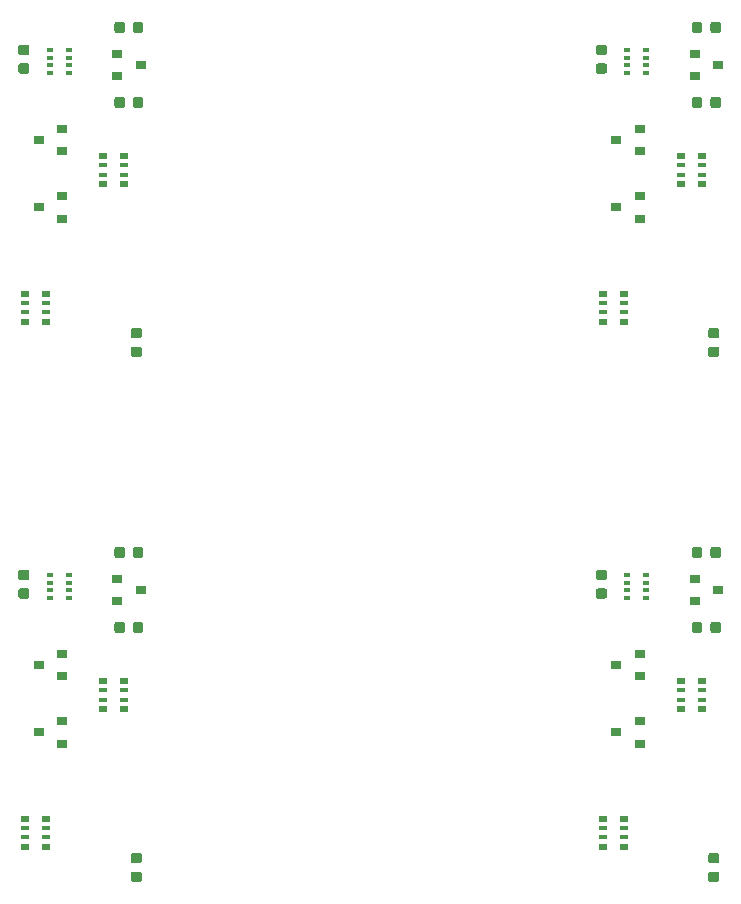
<source format=gbr>
G04 #@! TF.GenerationSoftware,KiCad,Pcbnew,5.0.2-bee76a0~70~ubuntu18.04.1*
G04 #@! TF.CreationDate,2020-04-02T20:28:14-04:00*
G04 #@! TF.ProjectId,output.panel,6f757470-7574-42e7-9061-6e656c2e6b69,rev?*
G04 #@! TF.SameCoordinates,Original*
G04 #@! TF.FileFunction,Paste,Top*
G04 #@! TF.FilePolarity,Positive*
%FSLAX46Y46*%
G04 Gerber Fmt 4.6, Leading zero omitted, Abs format (unit mm)*
G04 Created by KiCad (PCBNEW 5.0.2-bee76a0~70~ubuntu18.04.1) date Thu 02 Apr 2020 08:28:14 PM EDT*
%MOMM*%
%LPD*%
G01*
G04 APERTURE LIST*
%ADD10R,0.900000X0.800000*%
%ADD11R,0.800000X0.500000*%
%ADD12R,0.800000X0.400000*%
%ADD13R,0.500000X0.350000*%
%ADD14C,0.100000*%
%ADD15C,0.875000*%
G04 APERTURE END LIST*
D10*
G04 #@! TO.C,U1*
X48625000Y-88900000D03*
X46625000Y-89850000D03*
X46625000Y-87950000D03*
G04 #@! TD*
D11*
G04 #@! TO.C,RN2*
X45455000Y-96590000D03*
D12*
X45455000Y-98190000D03*
X45455000Y-97390000D03*
D11*
X45455000Y-98990000D03*
D12*
X47255000Y-97390000D03*
D11*
X47255000Y-96590000D03*
D12*
X47255000Y-98190000D03*
D11*
X47255000Y-98990000D03*
G04 #@! TD*
D13*
G04 #@! TO.C,U2*
X91440000Y-87630000D03*
X89840000Y-89580000D03*
X89840000Y-88930000D03*
X89840000Y-88280000D03*
X91440000Y-89580000D03*
X91440000Y-88930000D03*
X91440000Y-88280000D03*
X89840000Y-87630000D03*
G04 #@! TD*
D11*
G04 #@! TO.C,RN1*
X89535000Y-110655000D03*
D12*
X89535000Y-109055000D03*
X89535000Y-109855000D03*
D11*
X89535000Y-108255000D03*
D12*
X87735000Y-109855000D03*
D11*
X87735000Y-110655000D03*
D12*
X87735000Y-109055000D03*
D11*
X87735000Y-108255000D03*
G04 #@! TD*
D14*
G04 #@! TO.C,R4*
G36*
X97432691Y-112746053D02*
X97453926Y-112749203D01*
X97474750Y-112754419D01*
X97494962Y-112761651D01*
X97514368Y-112770830D01*
X97532781Y-112781866D01*
X97550024Y-112794654D01*
X97565930Y-112809070D01*
X97580346Y-112824976D01*
X97593134Y-112842219D01*
X97604170Y-112860632D01*
X97613349Y-112880038D01*
X97620581Y-112900250D01*
X97625797Y-112921074D01*
X97628947Y-112942309D01*
X97630000Y-112963750D01*
X97630000Y-113401250D01*
X97628947Y-113422691D01*
X97625797Y-113443926D01*
X97620581Y-113464750D01*
X97613349Y-113484962D01*
X97604170Y-113504368D01*
X97593134Y-113522781D01*
X97580346Y-113540024D01*
X97565930Y-113555930D01*
X97550024Y-113570346D01*
X97532781Y-113583134D01*
X97514368Y-113594170D01*
X97494962Y-113603349D01*
X97474750Y-113610581D01*
X97453926Y-113615797D01*
X97432691Y-113618947D01*
X97411250Y-113620000D01*
X96898750Y-113620000D01*
X96877309Y-113618947D01*
X96856074Y-113615797D01*
X96835250Y-113610581D01*
X96815038Y-113603349D01*
X96795632Y-113594170D01*
X96777219Y-113583134D01*
X96759976Y-113570346D01*
X96744070Y-113555930D01*
X96729654Y-113540024D01*
X96716866Y-113522781D01*
X96705830Y-113504368D01*
X96696651Y-113484962D01*
X96689419Y-113464750D01*
X96684203Y-113443926D01*
X96681053Y-113422691D01*
X96680000Y-113401250D01*
X96680000Y-112963750D01*
X96681053Y-112942309D01*
X96684203Y-112921074D01*
X96689419Y-112900250D01*
X96696651Y-112880038D01*
X96705830Y-112860632D01*
X96716866Y-112842219D01*
X96729654Y-112824976D01*
X96744070Y-112809070D01*
X96759976Y-112794654D01*
X96777219Y-112781866D01*
X96795632Y-112770830D01*
X96815038Y-112761651D01*
X96835250Y-112754419D01*
X96856074Y-112749203D01*
X96877309Y-112746053D01*
X96898750Y-112745000D01*
X97411250Y-112745000D01*
X97432691Y-112746053D01*
X97432691Y-112746053D01*
G37*
D15*
X97155000Y-113182500D03*
D14*
G36*
X97432691Y-111171053D02*
X97453926Y-111174203D01*
X97474750Y-111179419D01*
X97494962Y-111186651D01*
X97514368Y-111195830D01*
X97532781Y-111206866D01*
X97550024Y-111219654D01*
X97565930Y-111234070D01*
X97580346Y-111249976D01*
X97593134Y-111267219D01*
X97604170Y-111285632D01*
X97613349Y-111305038D01*
X97620581Y-111325250D01*
X97625797Y-111346074D01*
X97628947Y-111367309D01*
X97630000Y-111388750D01*
X97630000Y-111826250D01*
X97628947Y-111847691D01*
X97625797Y-111868926D01*
X97620581Y-111889750D01*
X97613349Y-111909962D01*
X97604170Y-111929368D01*
X97593134Y-111947781D01*
X97580346Y-111965024D01*
X97565930Y-111980930D01*
X97550024Y-111995346D01*
X97532781Y-112008134D01*
X97514368Y-112019170D01*
X97494962Y-112028349D01*
X97474750Y-112035581D01*
X97453926Y-112040797D01*
X97432691Y-112043947D01*
X97411250Y-112045000D01*
X96898750Y-112045000D01*
X96877309Y-112043947D01*
X96856074Y-112040797D01*
X96835250Y-112035581D01*
X96815038Y-112028349D01*
X96795632Y-112019170D01*
X96777219Y-112008134D01*
X96759976Y-111995346D01*
X96744070Y-111980930D01*
X96729654Y-111965024D01*
X96716866Y-111947781D01*
X96705830Y-111929368D01*
X96696651Y-111909962D01*
X96689419Y-111889750D01*
X96684203Y-111868926D01*
X96681053Y-111847691D01*
X96680000Y-111826250D01*
X96680000Y-111388750D01*
X96681053Y-111367309D01*
X96684203Y-111346074D01*
X96689419Y-111325250D01*
X96696651Y-111305038D01*
X96705830Y-111285632D01*
X96716866Y-111267219D01*
X96729654Y-111249976D01*
X96744070Y-111234070D01*
X96759976Y-111219654D01*
X96777219Y-111206866D01*
X96795632Y-111195830D01*
X96815038Y-111186651D01*
X96835250Y-111179419D01*
X96856074Y-111174203D01*
X96877309Y-111171053D01*
X96898750Y-111170000D01*
X97411250Y-111170000D01*
X97432691Y-111171053D01*
X97432691Y-111171053D01*
G37*
D15*
X97155000Y-111607500D03*
G04 #@! TD*
D14*
G04 #@! TO.C,C3*
G36*
X87907691Y-87193553D02*
X87928926Y-87196703D01*
X87949750Y-87201919D01*
X87969962Y-87209151D01*
X87989368Y-87218330D01*
X88007781Y-87229366D01*
X88025024Y-87242154D01*
X88040930Y-87256570D01*
X88055346Y-87272476D01*
X88068134Y-87289719D01*
X88079170Y-87308132D01*
X88088349Y-87327538D01*
X88095581Y-87347750D01*
X88100797Y-87368574D01*
X88103947Y-87389809D01*
X88105000Y-87411250D01*
X88105000Y-87848750D01*
X88103947Y-87870191D01*
X88100797Y-87891426D01*
X88095581Y-87912250D01*
X88088349Y-87932462D01*
X88079170Y-87951868D01*
X88068134Y-87970281D01*
X88055346Y-87987524D01*
X88040930Y-88003430D01*
X88025024Y-88017846D01*
X88007781Y-88030634D01*
X87989368Y-88041670D01*
X87969962Y-88050849D01*
X87949750Y-88058081D01*
X87928926Y-88063297D01*
X87907691Y-88066447D01*
X87886250Y-88067500D01*
X87373750Y-88067500D01*
X87352309Y-88066447D01*
X87331074Y-88063297D01*
X87310250Y-88058081D01*
X87290038Y-88050849D01*
X87270632Y-88041670D01*
X87252219Y-88030634D01*
X87234976Y-88017846D01*
X87219070Y-88003430D01*
X87204654Y-87987524D01*
X87191866Y-87970281D01*
X87180830Y-87951868D01*
X87171651Y-87932462D01*
X87164419Y-87912250D01*
X87159203Y-87891426D01*
X87156053Y-87870191D01*
X87155000Y-87848750D01*
X87155000Y-87411250D01*
X87156053Y-87389809D01*
X87159203Y-87368574D01*
X87164419Y-87347750D01*
X87171651Y-87327538D01*
X87180830Y-87308132D01*
X87191866Y-87289719D01*
X87204654Y-87272476D01*
X87219070Y-87256570D01*
X87234976Y-87242154D01*
X87252219Y-87229366D01*
X87270632Y-87218330D01*
X87290038Y-87209151D01*
X87310250Y-87201919D01*
X87331074Y-87196703D01*
X87352309Y-87193553D01*
X87373750Y-87192500D01*
X87886250Y-87192500D01*
X87907691Y-87193553D01*
X87907691Y-87193553D01*
G37*
D15*
X87630000Y-87630000D03*
D14*
G36*
X87907691Y-88768553D02*
X87928926Y-88771703D01*
X87949750Y-88776919D01*
X87969962Y-88784151D01*
X87989368Y-88793330D01*
X88007781Y-88804366D01*
X88025024Y-88817154D01*
X88040930Y-88831570D01*
X88055346Y-88847476D01*
X88068134Y-88864719D01*
X88079170Y-88883132D01*
X88088349Y-88902538D01*
X88095581Y-88922750D01*
X88100797Y-88943574D01*
X88103947Y-88964809D01*
X88105000Y-88986250D01*
X88105000Y-89423750D01*
X88103947Y-89445191D01*
X88100797Y-89466426D01*
X88095581Y-89487250D01*
X88088349Y-89507462D01*
X88079170Y-89526868D01*
X88068134Y-89545281D01*
X88055346Y-89562524D01*
X88040930Y-89578430D01*
X88025024Y-89592846D01*
X88007781Y-89605634D01*
X87989368Y-89616670D01*
X87969962Y-89625849D01*
X87949750Y-89633081D01*
X87928926Y-89638297D01*
X87907691Y-89641447D01*
X87886250Y-89642500D01*
X87373750Y-89642500D01*
X87352309Y-89641447D01*
X87331074Y-89638297D01*
X87310250Y-89633081D01*
X87290038Y-89625849D01*
X87270632Y-89616670D01*
X87252219Y-89605634D01*
X87234976Y-89592846D01*
X87219070Y-89578430D01*
X87204654Y-89562524D01*
X87191866Y-89545281D01*
X87180830Y-89526868D01*
X87171651Y-89507462D01*
X87164419Y-89487250D01*
X87159203Y-89466426D01*
X87156053Y-89445191D01*
X87155000Y-89423750D01*
X87155000Y-88986250D01*
X87156053Y-88964809D01*
X87159203Y-88943574D01*
X87164419Y-88922750D01*
X87171651Y-88902538D01*
X87180830Y-88883132D01*
X87191866Y-88864719D01*
X87204654Y-88847476D01*
X87219070Y-88831570D01*
X87234976Y-88817154D01*
X87252219Y-88804366D01*
X87270632Y-88793330D01*
X87290038Y-88784151D01*
X87310250Y-88776919D01*
X87331074Y-88771703D01*
X87352309Y-88768553D01*
X87373750Y-88767500D01*
X87886250Y-88767500D01*
X87907691Y-88768553D01*
X87907691Y-88768553D01*
G37*
D15*
X87630000Y-89205000D03*
G04 #@! TD*
D10*
G04 #@! TO.C,Q2*
X88900000Y-100965000D03*
X90900000Y-100015000D03*
X90900000Y-101915000D03*
G04 #@! TD*
D14*
G04 #@! TO.C,C1*
G36*
X97547691Y-91601053D02*
X97568926Y-91604203D01*
X97589750Y-91609419D01*
X97609962Y-91616651D01*
X97629368Y-91625830D01*
X97647781Y-91636866D01*
X97665024Y-91649654D01*
X97680930Y-91664070D01*
X97695346Y-91679976D01*
X97708134Y-91697219D01*
X97719170Y-91715632D01*
X97728349Y-91735038D01*
X97735581Y-91755250D01*
X97740797Y-91776074D01*
X97743947Y-91797309D01*
X97745000Y-91818750D01*
X97745000Y-92331250D01*
X97743947Y-92352691D01*
X97740797Y-92373926D01*
X97735581Y-92394750D01*
X97728349Y-92414962D01*
X97719170Y-92434368D01*
X97708134Y-92452781D01*
X97695346Y-92470024D01*
X97680930Y-92485930D01*
X97665024Y-92500346D01*
X97647781Y-92513134D01*
X97629368Y-92524170D01*
X97609962Y-92533349D01*
X97589750Y-92540581D01*
X97568926Y-92545797D01*
X97547691Y-92548947D01*
X97526250Y-92550000D01*
X97088750Y-92550000D01*
X97067309Y-92548947D01*
X97046074Y-92545797D01*
X97025250Y-92540581D01*
X97005038Y-92533349D01*
X96985632Y-92524170D01*
X96967219Y-92513134D01*
X96949976Y-92500346D01*
X96934070Y-92485930D01*
X96919654Y-92470024D01*
X96906866Y-92452781D01*
X96895830Y-92434368D01*
X96886651Y-92414962D01*
X96879419Y-92394750D01*
X96874203Y-92373926D01*
X96871053Y-92352691D01*
X96870000Y-92331250D01*
X96870000Y-91818750D01*
X96871053Y-91797309D01*
X96874203Y-91776074D01*
X96879419Y-91755250D01*
X96886651Y-91735038D01*
X96895830Y-91715632D01*
X96906866Y-91697219D01*
X96919654Y-91679976D01*
X96934070Y-91664070D01*
X96949976Y-91649654D01*
X96967219Y-91636866D01*
X96985632Y-91625830D01*
X97005038Y-91616651D01*
X97025250Y-91609419D01*
X97046074Y-91604203D01*
X97067309Y-91601053D01*
X97088750Y-91600000D01*
X97526250Y-91600000D01*
X97547691Y-91601053D01*
X97547691Y-91601053D01*
G37*
D15*
X97307500Y-92075000D03*
D14*
G36*
X95972691Y-91601053D02*
X95993926Y-91604203D01*
X96014750Y-91609419D01*
X96034962Y-91616651D01*
X96054368Y-91625830D01*
X96072781Y-91636866D01*
X96090024Y-91649654D01*
X96105930Y-91664070D01*
X96120346Y-91679976D01*
X96133134Y-91697219D01*
X96144170Y-91715632D01*
X96153349Y-91735038D01*
X96160581Y-91755250D01*
X96165797Y-91776074D01*
X96168947Y-91797309D01*
X96170000Y-91818750D01*
X96170000Y-92331250D01*
X96168947Y-92352691D01*
X96165797Y-92373926D01*
X96160581Y-92394750D01*
X96153349Y-92414962D01*
X96144170Y-92434368D01*
X96133134Y-92452781D01*
X96120346Y-92470024D01*
X96105930Y-92485930D01*
X96090024Y-92500346D01*
X96072781Y-92513134D01*
X96054368Y-92524170D01*
X96034962Y-92533349D01*
X96014750Y-92540581D01*
X95993926Y-92545797D01*
X95972691Y-92548947D01*
X95951250Y-92550000D01*
X95513750Y-92550000D01*
X95492309Y-92548947D01*
X95471074Y-92545797D01*
X95450250Y-92540581D01*
X95430038Y-92533349D01*
X95410632Y-92524170D01*
X95392219Y-92513134D01*
X95374976Y-92500346D01*
X95359070Y-92485930D01*
X95344654Y-92470024D01*
X95331866Y-92452781D01*
X95320830Y-92434368D01*
X95311651Y-92414962D01*
X95304419Y-92394750D01*
X95299203Y-92373926D01*
X95296053Y-92352691D01*
X95295000Y-92331250D01*
X95295000Y-91818750D01*
X95296053Y-91797309D01*
X95299203Y-91776074D01*
X95304419Y-91755250D01*
X95311651Y-91735038D01*
X95320830Y-91715632D01*
X95331866Y-91697219D01*
X95344654Y-91679976D01*
X95359070Y-91664070D01*
X95374976Y-91649654D01*
X95392219Y-91636866D01*
X95410632Y-91625830D01*
X95430038Y-91616651D01*
X95450250Y-91609419D01*
X95471074Y-91604203D01*
X95492309Y-91601053D01*
X95513750Y-91600000D01*
X95951250Y-91600000D01*
X95972691Y-91601053D01*
X95972691Y-91601053D01*
G37*
D15*
X95732500Y-92075000D03*
G04 #@! TD*
D14*
G04 #@! TO.C,C2*
G36*
X95972691Y-85251053D02*
X95993926Y-85254203D01*
X96014750Y-85259419D01*
X96034962Y-85266651D01*
X96054368Y-85275830D01*
X96072781Y-85286866D01*
X96090024Y-85299654D01*
X96105930Y-85314070D01*
X96120346Y-85329976D01*
X96133134Y-85347219D01*
X96144170Y-85365632D01*
X96153349Y-85385038D01*
X96160581Y-85405250D01*
X96165797Y-85426074D01*
X96168947Y-85447309D01*
X96170000Y-85468750D01*
X96170000Y-85981250D01*
X96168947Y-86002691D01*
X96165797Y-86023926D01*
X96160581Y-86044750D01*
X96153349Y-86064962D01*
X96144170Y-86084368D01*
X96133134Y-86102781D01*
X96120346Y-86120024D01*
X96105930Y-86135930D01*
X96090024Y-86150346D01*
X96072781Y-86163134D01*
X96054368Y-86174170D01*
X96034962Y-86183349D01*
X96014750Y-86190581D01*
X95993926Y-86195797D01*
X95972691Y-86198947D01*
X95951250Y-86200000D01*
X95513750Y-86200000D01*
X95492309Y-86198947D01*
X95471074Y-86195797D01*
X95450250Y-86190581D01*
X95430038Y-86183349D01*
X95410632Y-86174170D01*
X95392219Y-86163134D01*
X95374976Y-86150346D01*
X95359070Y-86135930D01*
X95344654Y-86120024D01*
X95331866Y-86102781D01*
X95320830Y-86084368D01*
X95311651Y-86064962D01*
X95304419Y-86044750D01*
X95299203Y-86023926D01*
X95296053Y-86002691D01*
X95295000Y-85981250D01*
X95295000Y-85468750D01*
X95296053Y-85447309D01*
X95299203Y-85426074D01*
X95304419Y-85405250D01*
X95311651Y-85385038D01*
X95320830Y-85365632D01*
X95331866Y-85347219D01*
X95344654Y-85329976D01*
X95359070Y-85314070D01*
X95374976Y-85299654D01*
X95392219Y-85286866D01*
X95410632Y-85275830D01*
X95430038Y-85266651D01*
X95450250Y-85259419D01*
X95471074Y-85254203D01*
X95492309Y-85251053D01*
X95513750Y-85250000D01*
X95951250Y-85250000D01*
X95972691Y-85251053D01*
X95972691Y-85251053D01*
G37*
D15*
X95732500Y-85725000D03*
D14*
G36*
X97547691Y-85251053D02*
X97568926Y-85254203D01*
X97589750Y-85259419D01*
X97609962Y-85266651D01*
X97629368Y-85275830D01*
X97647781Y-85286866D01*
X97665024Y-85299654D01*
X97680930Y-85314070D01*
X97695346Y-85329976D01*
X97708134Y-85347219D01*
X97719170Y-85365632D01*
X97728349Y-85385038D01*
X97735581Y-85405250D01*
X97740797Y-85426074D01*
X97743947Y-85447309D01*
X97745000Y-85468750D01*
X97745000Y-85981250D01*
X97743947Y-86002691D01*
X97740797Y-86023926D01*
X97735581Y-86044750D01*
X97728349Y-86064962D01*
X97719170Y-86084368D01*
X97708134Y-86102781D01*
X97695346Y-86120024D01*
X97680930Y-86135930D01*
X97665024Y-86150346D01*
X97647781Y-86163134D01*
X97629368Y-86174170D01*
X97609962Y-86183349D01*
X97589750Y-86190581D01*
X97568926Y-86195797D01*
X97547691Y-86198947D01*
X97526250Y-86200000D01*
X97088750Y-86200000D01*
X97067309Y-86198947D01*
X97046074Y-86195797D01*
X97025250Y-86190581D01*
X97005038Y-86183349D01*
X96985632Y-86174170D01*
X96967219Y-86163134D01*
X96949976Y-86150346D01*
X96934070Y-86135930D01*
X96919654Y-86120024D01*
X96906866Y-86102781D01*
X96895830Y-86084368D01*
X96886651Y-86064962D01*
X96879419Y-86044750D01*
X96874203Y-86023926D01*
X96871053Y-86002691D01*
X96870000Y-85981250D01*
X96870000Y-85468750D01*
X96871053Y-85447309D01*
X96874203Y-85426074D01*
X96879419Y-85405250D01*
X96886651Y-85385038D01*
X96895830Y-85365632D01*
X96906866Y-85347219D01*
X96919654Y-85329976D01*
X96934070Y-85314070D01*
X96949976Y-85299654D01*
X96967219Y-85286866D01*
X96985632Y-85275830D01*
X97005038Y-85266651D01*
X97025250Y-85259419D01*
X97046074Y-85254203D01*
X97067309Y-85251053D01*
X97088750Y-85250000D01*
X97526250Y-85250000D01*
X97547691Y-85251053D01*
X97547691Y-85251053D01*
G37*
D15*
X97307500Y-85725000D03*
G04 #@! TD*
D10*
G04 #@! TO.C,Q1*
X40005000Y-95250000D03*
X42005000Y-94300000D03*
X42005000Y-96200000D03*
G04 #@! TD*
D13*
G04 #@! TO.C,U2*
X40945000Y-87630000D03*
X42545000Y-88280000D03*
X42545000Y-88930000D03*
X42545000Y-89580000D03*
X40945000Y-88280000D03*
X40945000Y-88930000D03*
X40945000Y-89580000D03*
X42545000Y-87630000D03*
G04 #@! TD*
D14*
G04 #@! TO.C,C1*
G36*
X47077691Y-91601053D02*
X47098926Y-91604203D01*
X47119750Y-91609419D01*
X47139962Y-91616651D01*
X47159368Y-91625830D01*
X47177781Y-91636866D01*
X47195024Y-91649654D01*
X47210930Y-91664070D01*
X47225346Y-91679976D01*
X47238134Y-91697219D01*
X47249170Y-91715632D01*
X47258349Y-91735038D01*
X47265581Y-91755250D01*
X47270797Y-91776074D01*
X47273947Y-91797309D01*
X47275000Y-91818750D01*
X47275000Y-92331250D01*
X47273947Y-92352691D01*
X47270797Y-92373926D01*
X47265581Y-92394750D01*
X47258349Y-92414962D01*
X47249170Y-92434368D01*
X47238134Y-92452781D01*
X47225346Y-92470024D01*
X47210930Y-92485930D01*
X47195024Y-92500346D01*
X47177781Y-92513134D01*
X47159368Y-92524170D01*
X47139962Y-92533349D01*
X47119750Y-92540581D01*
X47098926Y-92545797D01*
X47077691Y-92548947D01*
X47056250Y-92550000D01*
X46618750Y-92550000D01*
X46597309Y-92548947D01*
X46576074Y-92545797D01*
X46555250Y-92540581D01*
X46535038Y-92533349D01*
X46515632Y-92524170D01*
X46497219Y-92513134D01*
X46479976Y-92500346D01*
X46464070Y-92485930D01*
X46449654Y-92470024D01*
X46436866Y-92452781D01*
X46425830Y-92434368D01*
X46416651Y-92414962D01*
X46409419Y-92394750D01*
X46404203Y-92373926D01*
X46401053Y-92352691D01*
X46400000Y-92331250D01*
X46400000Y-91818750D01*
X46401053Y-91797309D01*
X46404203Y-91776074D01*
X46409419Y-91755250D01*
X46416651Y-91735038D01*
X46425830Y-91715632D01*
X46436866Y-91697219D01*
X46449654Y-91679976D01*
X46464070Y-91664070D01*
X46479976Y-91649654D01*
X46497219Y-91636866D01*
X46515632Y-91625830D01*
X46535038Y-91616651D01*
X46555250Y-91609419D01*
X46576074Y-91604203D01*
X46597309Y-91601053D01*
X46618750Y-91600000D01*
X47056250Y-91600000D01*
X47077691Y-91601053D01*
X47077691Y-91601053D01*
G37*
D15*
X46837500Y-92075000D03*
D14*
G36*
X48652691Y-91601053D02*
X48673926Y-91604203D01*
X48694750Y-91609419D01*
X48714962Y-91616651D01*
X48734368Y-91625830D01*
X48752781Y-91636866D01*
X48770024Y-91649654D01*
X48785930Y-91664070D01*
X48800346Y-91679976D01*
X48813134Y-91697219D01*
X48824170Y-91715632D01*
X48833349Y-91735038D01*
X48840581Y-91755250D01*
X48845797Y-91776074D01*
X48848947Y-91797309D01*
X48850000Y-91818750D01*
X48850000Y-92331250D01*
X48848947Y-92352691D01*
X48845797Y-92373926D01*
X48840581Y-92394750D01*
X48833349Y-92414962D01*
X48824170Y-92434368D01*
X48813134Y-92452781D01*
X48800346Y-92470024D01*
X48785930Y-92485930D01*
X48770024Y-92500346D01*
X48752781Y-92513134D01*
X48734368Y-92524170D01*
X48714962Y-92533349D01*
X48694750Y-92540581D01*
X48673926Y-92545797D01*
X48652691Y-92548947D01*
X48631250Y-92550000D01*
X48193750Y-92550000D01*
X48172309Y-92548947D01*
X48151074Y-92545797D01*
X48130250Y-92540581D01*
X48110038Y-92533349D01*
X48090632Y-92524170D01*
X48072219Y-92513134D01*
X48054976Y-92500346D01*
X48039070Y-92485930D01*
X48024654Y-92470024D01*
X48011866Y-92452781D01*
X48000830Y-92434368D01*
X47991651Y-92414962D01*
X47984419Y-92394750D01*
X47979203Y-92373926D01*
X47976053Y-92352691D01*
X47975000Y-92331250D01*
X47975000Y-91818750D01*
X47976053Y-91797309D01*
X47979203Y-91776074D01*
X47984419Y-91755250D01*
X47991651Y-91735038D01*
X48000830Y-91715632D01*
X48011866Y-91697219D01*
X48024654Y-91679976D01*
X48039070Y-91664070D01*
X48054976Y-91649654D01*
X48072219Y-91636866D01*
X48090632Y-91625830D01*
X48110038Y-91616651D01*
X48130250Y-91609419D01*
X48151074Y-91604203D01*
X48172309Y-91601053D01*
X48193750Y-91600000D01*
X48631250Y-91600000D01*
X48652691Y-91601053D01*
X48652691Y-91601053D01*
G37*
D15*
X48412500Y-92075000D03*
G04 #@! TD*
D14*
G04 #@! TO.C,C2*
G36*
X48652691Y-85251053D02*
X48673926Y-85254203D01*
X48694750Y-85259419D01*
X48714962Y-85266651D01*
X48734368Y-85275830D01*
X48752781Y-85286866D01*
X48770024Y-85299654D01*
X48785930Y-85314070D01*
X48800346Y-85329976D01*
X48813134Y-85347219D01*
X48824170Y-85365632D01*
X48833349Y-85385038D01*
X48840581Y-85405250D01*
X48845797Y-85426074D01*
X48848947Y-85447309D01*
X48850000Y-85468750D01*
X48850000Y-85981250D01*
X48848947Y-86002691D01*
X48845797Y-86023926D01*
X48840581Y-86044750D01*
X48833349Y-86064962D01*
X48824170Y-86084368D01*
X48813134Y-86102781D01*
X48800346Y-86120024D01*
X48785930Y-86135930D01*
X48770024Y-86150346D01*
X48752781Y-86163134D01*
X48734368Y-86174170D01*
X48714962Y-86183349D01*
X48694750Y-86190581D01*
X48673926Y-86195797D01*
X48652691Y-86198947D01*
X48631250Y-86200000D01*
X48193750Y-86200000D01*
X48172309Y-86198947D01*
X48151074Y-86195797D01*
X48130250Y-86190581D01*
X48110038Y-86183349D01*
X48090632Y-86174170D01*
X48072219Y-86163134D01*
X48054976Y-86150346D01*
X48039070Y-86135930D01*
X48024654Y-86120024D01*
X48011866Y-86102781D01*
X48000830Y-86084368D01*
X47991651Y-86064962D01*
X47984419Y-86044750D01*
X47979203Y-86023926D01*
X47976053Y-86002691D01*
X47975000Y-85981250D01*
X47975000Y-85468750D01*
X47976053Y-85447309D01*
X47979203Y-85426074D01*
X47984419Y-85405250D01*
X47991651Y-85385038D01*
X48000830Y-85365632D01*
X48011866Y-85347219D01*
X48024654Y-85329976D01*
X48039070Y-85314070D01*
X48054976Y-85299654D01*
X48072219Y-85286866D01*
X48090632Y-85275830D01*
X48110038Y-85266651D01*
X48130250Y-85259419D01*
X48151074Y-85254203D01*
X48172309Y-85251053D01*
X48193750Y-85250000D01*
X48631250Y-85250000D01*
X48652691Y-85251053D01*
X48652691Y-85251053D01*
G37*
D15*
X48412500Y-85725000D03*
D14*
G36*
X47077691Y-85251053D02*
X47098926Y-85254203D01*
X47119750Y-85259419D01*
X47139962Y-85266651D01*
X47159368Y-85275830D01*
X47177781Y-85286866D01*
X47195024Y-85299654D01*
X47210930Y-85314070D01*
X47225346Y-85329976D01*
X47238134Y-85347219D01*
X47249170Y-85365632D01*
X47258349Y-85385038D01*
X47265581Y-85405250D01*
X47270797Y-85426074D01*
X47273947Y-85447309D01*
X47275000Y-85468750D01*
X47275000Y-85981250D01*
X47273947Y-86002691D01*
X47270797Y-86023926D01*
X47265581Y-86044750D01*
X47258349Y-86064962D01*
X47249170Y-86084368D01*
X47238134Y-86102781D01*
X47225346Y-86120024D01*
X47210930Y-86135930D01*
X47195024Y-86150346D01*
X47177781Y-86163134D01*
X47159368Y-86174170D01*
X47139962Y-86183349D01*
X47119750Y-86190581D01*
X47098926Y-86195797D01*
X47077691Y-86198947D01*
X47056250Y-86200000D01*
X46618750Y-86200000D01*
X46597309Y-86198947D01*
X46576074Y-86195797D01*
X46555250Y-86190581D01*
X46535038Y-86183349D01*
X46515632Y-86174170D01*
X46497219Y-86163134D01*
X46479976Y-86150346D01*
X46464070Y-86135930D01*
X46449654Y-86120024D01*
X46436866Y-86102781D01*
X46425830Y-86084368D01*
X46416651Y-86064962D01*
X46409419Y-86044750D01*
X46404203Y-86023926D01*
X46401053Y-86002691D01*
X46400000Y-85981250D01*
X46400000Y-85468750D01*
X46401053Y-85447309D01*
X46404203Y-85426074D01*
X46409419Y-85405250D01*
X46416651Y-85385038D01*
X46425830Y-85365632D01*
X46436866Y-85347219D01*
X46449654Y-85329976D01*
X46464070Y-85314070D01*
X46479976Y-85299654D01*
X46497219Y-85286866D01*
X46515632Y-85275830D01*
X46535038Y-85266651D01*
X46555250Y-85259419D01*
X46576074Y-85254203D01*
X46597309Y-85251053D01*
X46618750Y-85250000D01*
X47056250Y-85250000D01*
X47077691Y-85251053D01*
X47077691Y-85251053D01*
G37*
D15*
X46837500Y-85725000D03*
G04 #@! TD*
D10*
G04 #@! TO.C,Q1*
X90900000Y-96200000D03*
X90900000Y-94300000D03*
X88900000Y-95250000D03*
G04 #@! TD*
D11*
G04 #@! TO.C,RN1*
X38840000Y-108255000D03*
D12*
X38840000Y-109055000D03*
D11*
X38840000Y-110655000D03*
D12*
X38840000Y-109855000D03*
D11*
X40640000Y-108255000D03*
D12*
X40640000Y-109855000D03*
X40640000Y-109055000D03*
D11*
X40640000Y-110655000D03*
G04 #@! TD*
D14*
G04 #@! TO.C,C3*
G36*
X39012691Y-88768553D02*
X39033926Y-88771703D01*
X39054750Y-88776919D01*
X39074962Y-88784151D01*
X39094368Y-88793330D01*
X39112781Y-88804366D01*
X39130024Y-88817154D01*
X39145930Y-88831570D01*
X39160346Y-88847476D01*
X39173134Y-88864719D01*
X39184170Y-88883132D01*
X39193349Y-88902538D01*
X39200581Y-88922750D01*
X39205797Y-88943574D01*
X39208947Y-88964809D01*
X39210000Y-88986250D01*
X39210000Y-89423750D01*
X39208947Y-89445191D01*
X39205797Y-89466426D01*
X39200581Y-89487250D01*
X39193349Y-89507462D01*
X39184170Y-89526868D01*
X39173134Y-89545281D01*
X39160346Y-89562524D01*
X39145930Y-89578430D01*
X39130024Y-89592846D01*
X39112781Y-89605634D01*
X39094368Y-89616670D01*
X39074962Y-89625849D01*
X39054750Y-89633081D01*
X39033926Y-89638297D01*
X39012691Y-89641447D01*
X38991250Y-89642500D01*
X38478750Y-89642500D01*
X38457309Y-89641447D01*
X38436074Y-89638297D01*
X38415250Y-89633081D01*
X38395038Y-89625849D01*
X38375632Y-89616670D01*
X38357219Y-89605634D01*
X38339976Y-89592846D01*
X38324070Y-89578430D01*
X38309654Y-89562524D01*
X38296866Y-89545281D01*
X38285830Y-89526868D01*
X38276651Y-89507462D01*
X38269419Y-89487250D01*
X38264203Y-89466426D01*
X38261053Y-89445191D01*
X38260000Y-89423750D01*
X38260000Y-88986250D01*
X38261053Y-88964809D01*
X38264203Y-88943574D01*
X38269419Y-88922750D01*
X38276651Y-88902538D01*
X38285830Y-88883132D01*
X38296866Y-88864719D01*
X38309654Y-88847476D01*
X38324070Y-88831570D01*
X38339976Y-88817154D01*
X38357219Y-88804366D01*
X38375632Y-88793330D01*
X38395038Y-88784151D01*
X38415250Y-88776919D01*
X38436074Y-88771703D01*
X38457309Y-88768553D01*
X38478750Y-88767500D01*
X38991250Y-88767500D01*
X39012691Y-88768553D01*
X39012691Y-88768553D01*
G37*
D15*
X38735000Y-89205000D03*
D14*
G36*
X39012691Y-87193553D02*
X39033926Y-87196703D01*
X39054750Y-87201919D01*
X39074962Y-87209151D01*
X39094368Y-87218330D01*
X39112781Y-87229366D01*
X39130024Y-87242154D01*
X39145930Y-87256570D01*
X39160346Y-87272476D01*
X39173134Y-87289719D01*
X39184170Y-87308132D01*
X39193349Y-87327538D01*
X39200581Y-87347750D01*
X39205797Y-87368574D01*
X39208947Y-87389809D01*
X39210000Y-87411250D01*
X39210000Y-87848750D01*
X39208947Y-87870191D01*
X39205797Y-87891426D01*
X39200581Y-87912250D01*
X39193349Y-87932462D01*
X39184170Y-87951868D01*
X39173134Y-87970281D01*
X39160346Y-87987524D01*
X39145930Y-88003430D01*
X39130024Y-88017846D01*
X39112781Y-88030634D01*
X39094368Y-88041670D01*
X39074962Y-88050849D01*
X39054750Y-88058081D01*
X39033926Y-88063297D01*
X39012691Y-88066447D01*
X38991250Y-88067500D01*
X38478750Y-88067500D01*
X38457309Y-88066447D01*
X38436074Y-88063297D01*
X38415250Y-88058081D01*
X38395038Y-88050849D01*
X38375632Y-88041670D01*
X38357219Y-88030634D01*
X38339976Y-88017846D01*
X38324070Y-88003430D01*
X38309654Y-87987524D01*
X38296866Y-87970281D01*
X38285830Y-87951868D01*
X38276651Y-87932462D01*
X38269419Y-87912250D01*
X38264203Y-87891426D01*
X38261053Y-87870191D01*
X38260000Y-87848750D01*
X38260000Y-87411250D01*
X38261053Y-87389809D01*
X38264203Y-87368574D01*
X38269419Y-87347750D01*
X38276651Y-87327538D01*
X38285830Y-87308132D01*
X38296866Y-87289719D01*
X38309654Y-87272476D01*
X38324070Y-87256570D01*
X38339976Y-87242154D01*
X38357219Y-87229366D01*
X38375632Y-87218330D01*
X38395038Y-87209151D01*
X38415250Y-87201919D01*
X38436074Y-87196703D01*
X38457309Y-87193553D01*
X38478750Y-87192500D01*
X38991250Y-87192500D01*
X39012691Y-87193553D01*
X39012691Y-87193553D01*
G37*
D15*
X38735000Y-87630000D03*
G04 #@! TD*
D10*
G04 #@! TO.C,U1*
X95520000Y-87950000D03*
X95520000Y-89850000D03*
X97520000Y-88900000D03*
G04 #@! TD*
D11*
G04 #@! TO.C,RN2*
X96150000Y-98990000D03*
D12*
X96150000Y-98190000D03*
D11*
X96150000Y-96590000D03*
D12*
X96150000Y-97390000D03*
D11*
X94350000Y-98990000D03*
D12*
X94350000Y-97390000D03*
X94350000Y-98190000D03*
D11*
X94350000Y-96590000D03*
G04 #@! TD*
D14*
G04 #@! TO.C,R4*
G36*
X48537691Y-111171053D02*
X48558926Y-111174203D01*
X48579750Y-111179419D01*
X48599962Y-111186651D01*
X48619368Y-111195830D01*
X48637781Y-111206866D01*
X48655024Y-111219654D01*
X48670930Y-111234070D01*
X48685346Y-111249976D01*
X48698134Y-111267219D01*
X48709170Y-111285632D01*
X48718349Y-111305038D01*
X48725581Y-111325250D01*
X48730797Y-111346074D01*
X48733947Y-111367309D01*
X48735000Y-111388750D01*
X48735000Y-111826250D01*
X48733947Y-111847691D01*
X48730797Y-111868926D01*
X48725581Y-111889750D01*
X48718349Y-111909962D01*
X48709170Y-111929368D01*
X48698134Y-111947781D01*
X48685346Y-111965024D01*
X48670930Y-111980930D01*
X48655024Y-111995346D01*
X48637781Y-112008134D01*
X48619368Y-112019170D01*
X48599962Y-112028349D01*
X48579750Y-112035581D01*
X48558926Y-112040797D01*
X48537691Y-112043947D01*
X48516250Y-112045000D01*
X48003750Y-112045000D01*
X47982309Y-112043947D01*
X47961074Y-112040797D01*
X47940250Y-112035581D01*
X47920038Y-112028349D01*
X47900632Y-112019170D01*
X47882219Y-112008134D01*
X47864976Y-111995346D01*
X47849070Y-111980930D01*
X47834654Y-111965024D01*
X47821866Y-111947781D01*
X47810830Y-111929368D01*
X47801651Y-111909962D01*
X47794419Y-111889750D01*
X47789203Y-111868926D01*
X47786053Y-111847691D01*
X47785000Y-111826250D01*
X47785000Y-111388750D01*
X47786053Y-111367309D01*
X47789203Y-111346074D01*
X47794419Y-111325250D01*
X47801651Y-111305038D01*
X47810830Y-111285632D01*
X47821866Y-111267219D01*
X47834654Y-111249976D01*
X47849070Y-111234070D01*
X47864976Y-111219654D01*
X47882219Y-111206866D01*
X47900632Y-111195830D01*
X47920038Y-111186651D01*
X47940250Y-111179419D01*
X47961074Y-111174203D01*
X47982309Y-111171053D01*
X48003750Y-111170000D01*
X48516250Y-111170000D01*
X48537691Y-111171053D01*
X48537691Y-111171053D01*
G37*
D15*
X48260000Y-111607500D03*
D14*
G36*
X48537691Y-112746053D02*
X48558926Y-112749203D01*
X48579750Y-112754419D01*
X48599962Y-112761651D01*
X48619368Y-112770830D01*
X48637781Y-112781866D01*
X48655024Y-112794654D01*
X48670930Y-112809070D01*
X48685346Y-112824976D01*
X48698134Y-112842219D01*
X48709170Y-112860632D01*
X48718349Y-112880038D01*
X48725581Y-112900250D01*
X48730797Y-112921074D01*
X48733947Y-112942309D01*
X48735000Y-112963750D01*
X48735000Y-113401250D01*
X48733947Y-113422691D01*
X48730797Y-113443926D01*
X48725581Y-113464750D01*
X48718349Y-113484962D01*
X48709170Y-113504368D01*
X48698134Y-113522781D01*
X48685346Y-113540024D01*
X48670930Y-113555930D01*
X48655024Y-113570346D01*
X48637781Y-113583134D01*
X48619368Y-113594170D01*
X48599962Y-113603349D01*
X48579750Y-113610581D01*
X48558926Y-113615797D01*
X48537691Y-113618947D01*
X48516250Y-113620000D01*
X48003750Y-113620000D01*
X47982309Y-113618947D01*
X47961074Y-113615797D01*
X47940250Y-113610581D01*
X47920038Y-113603349D01*
X47900632Y-113594170D01*
X47882219Y-113583134D01*
X47864976Y-113570346D01*
X47849070Y-113555930D01*
X47834654Y-113540024D01*
X47821866Y-113522781D01*
X47810830Y-113504368D01*
X47801651Y-113484962D01*
X47794419Y-113464750D01*
X47789203Y-113443926D01*
X47786053Y-113422691D01*
X47785000Y-113401250D01*
X47785000Y-112963750D01*
X47786053Y-112942309D01*
X47789203Y-112921074D01*
X47794419Y-112900250D01*
X47801651Y-112880038D01*
X47810830Y-112860632D01*
X47821866Y-112842219D01*
X47834654Y-112824976D01*
X47849070Y-112809070D01*
X47864976Y-112794654D01*
X47882219Y-112781866D01*
X47900632Y-112770830D01*
X47920038Y-112761651D01*
X47940250Y-112754419D01*
X47961074Y-112749203D01*
X47982309Y-112746053D01*
X48003750Y-112745000D01*
X48516250Y-112745000D01*
X48537691Y-112746053D01*
X48537691Y-112746053D01*
G37*
D15*
X48260000Y-113182500D03*
G04 #@! TD*
D10*
G04 #@! TO.C,Q2*
X42005000Y-101915000D03*
X42005000Y-100015000D03*
X40005000Y-100965000D03*
G04 #@! TD*
G04 #@! TO.C,U1*
X97520000Y-44450000D03*
X95520000Y-45400000D03*
X95520000Y-43500000D03*
G04 #@! TD*
D11*
G04 #@! TO.C,RN2*
X94350000Y-52140000D03*
D12*
X94350000Y-53740000D03*
X94350000Y-52940000D03*
D11*
X94350000Y-54540000D03*
D12*
X96150000Y-52940000D03*
D11*
X96150000Y-52140000D03*
D12*
X96150000Y-53740000D03*
D11*
X96150000Y-54540000D03*
G04 #@! TD*
D10*
G04 #@! TO.C,Q1*
X88900000Y-50800000D03*
X90900000Y-49850000D03*
X90900000Y-51750000D03*
G04 #@! TD*
D13*
G04 #@! TO.C,U2*
X89840000Y-43180000D03*
X91440000Y-43830000D03*
X91440000Y-44480000D03*
X91440000Y-45130000D03*
X89840000Y-43830000D03*
X89840000Y-44480000D03*
X89840000Y-45130000D03*
X91440000Y-43180000D03*
G04 #@! TD*
D14*
G04 #@! TO.C,C1*
G36*
X95972691Y-47151053D02*
X95993926Y-47154203D01*
X96014750Y-47159419D01*
X96034962Y-47166651D01*
X96054368Y-47175830D01*
X96072781Y-47186866D01*
X96090024Y-47199654D01*
X96105930Y-47214070D01*
X96120346Y-47229976D01*
X96133134Y-47247219D01*
X96144170Y-47265632D01*
X96153349Y-47285038D01*
X96160581Y-47305250D01*
X96165797Y-47326074D01*
X96168947Y-47347309D01*
X96170000Y-47368750D01*
X96170000Y-47881250D01*
X96168947Y-47902691D01*
X96165797Y-47923926D01*
X96160581Y-47944750D01*
X96153349Y-47964962D01*
X96144170Y-47984368D01*
X96133134Y-48002781D01*
X96120346Y-48020024D01*
X96105930Y-48035930D01*
X96090024Y-48050346D01*
X96072781Y-48063134D01*
X96054368Y-48074170D01*
X96034962Y-48083349D01*
X96014750Y-48090581D01*
X95993926Y-48095797D01*
X95972691Y-48098947D01*
X95951250Y-48100000D01*
X95513750Y-48100000D01*
X95492309Y-48098947D01*
X95471074Y-48095797D01*
X95450250Y-48090581D01*
X95430038Y-48083349D01*
X95410632Y-48074170D01*
X95392219Y-48063134D01*
X95374976Y-48050346D01*
X95359070Y-48035930D01*
X95344654Y-48020024D01*
X95331866Y-48002781D01*
X95320830Y-47984368D01*
X95311651Y-47964962D01*
X95304419Y-47944750D01*
X95299203Y-47923926D01*
X95296053Y-47902691D01*
X95295000Y-47881250D01*
X95295000Y-47368750D01*
X95296053Y-47347309D01*
X95299203Y-47326074D01*
X95304419Y-47305250D01*
X95311651Y-47285038D01*
X95320830Y-47265632D01*
X95331866Y-47247219D01*
X95344654Y-47229976D01*
X95359070Y-47214070D01*
X95374976Y-47199654D01*
X95392219Y-47186866D01*
X95410632Y-47175830D01*
X95430038Y-47166651D01*
X95450250Y-47159419D01*
X95471074Y-47154203D01*
X95492309Y-47151053D01*
X95513750Y-47150000D01*
X95951250Y-47150000D01*
X95972691Y-47151053D01*
X95972691Y-47151053D01*
G37*
D15*
X95732500Y-47625000D03*
D14*
G36*
X97547691Y-47151053D02*
X97568926Y-47154203D01*
X97589750Y-47159419D01*
X97609962Y-47166651D01*
X97629368Y-47175830D01*
X97647781Y-47186866D01*
X97665024Y-47199654D01*
X97680930Y-47214070D01*
X97695346Y-47229976D01*
X97708134Y-47247219D01*
X97719170Y-47265632D01*
X97728349Y-47285038D01*
X97735581Y-47305250D01*
X97740797Y-47326074D01*
X97743947Y-47347309D01*
X97745000Y-47368750D01*
X97745000Y-47881250D01*
X97743947Y-47902691D01*
X97740797Y-47923926D01*
X97735581Y-47944750D01*
X97728349Y-47964962D01*
X97719170Y-47984368D01*
X97708134Y-48002781D01*
X97695346Y-48020024D01*
X97680930Y-48035930D01*
X97665024Y-48050346D01*
X97647781Y-48063134D01*
X97629368Y-48074170D01*
X97609962Y-48083349D01*
X97589750Y-48090581D01*
X97568926Y-48095797D01*
X97547691Y-48098947D01*
X97526250Y-48100000D01*
X97088750Y-48100000D01*
X97067309Y-48098947D01*
X97046074Y-48095797D01*
X97025250Y-48090581D01*
X97005038Y-48083349D01*
X96985632Y-48074170D01*
X96967219Y-48063134D01*
X96949976Y-48050346D01*
X96934070Y-48035930D01*
X96919654Y-48020024D01*
X96906866Y-48002781D01*
X96895830Y-47984368D01*
X96886651Y-47964962D01*
X96879419Y-47944750D01*
X96874203Y-47923926D01*
X96871053Y-47902691D01*
X96870000Y-47881250D01*
X96870000Y-47368750D01*
X96871053Y-47347309D01*
X96874203Y-47326074D01*
X96879419Y-47305250D01*
X96886651Y-47285038D01*
X96895830Y-47265632D01*
X96906866Y-47247219D01*
X96919654Y-47229976D01*
X96934070Y-47214070D01*
X96949976Y-47199654D01*
X96967219Y-47186866D01*
X96985632Y-47175830D01*
X97005038Y-47166651D01*
X97025250Y-47159419D01*
X97046074Y-47154203D01*
X97067309Y-47151053D01*
X97088750Y-47150000D01*
X97526250Y-47150000D01*
X97547691Y-47151053D01*
X97547691Y-47151053D01*
G37*
D15*
X97307500Y-47625000D03*
G04 #@! TD*
D14*
G04 #@! TO.C,C2*
G36*
X97547691Y-40801053D02*
X97568926Y-40804203D01*
X97589750Y-40809419D01*
X97609962Y-40816651D01*
X97629368Y-40825830D01*
X97647781Y-40836866D01*
X97665024Y-40849654D01*
X97680930Y-40864070D01*
X97695346Y-40879976D01*
X97708134Y-40897219D01*
X97719170Y-40915632D01*
X97728349Y-40935038D01*
X97735581Y-40955250D01*
X97740797Y-40976074D01*
X97743947Y-40997309D01*
X97745000Y-41018750D01*
X97745000Y-41531250D01*
X97743947Y-41552691D01*
X97740797Y-41573926D01*
X97735581Y-41594750D01*
X97728349Y-41614962D01*
X97719170Y-41634368D01*
X97708134Y-41652781D01*
X97695346Y-41670024D01*
X97680930Y-41685930D01*
X97665024Y-41700346D01*
X97647781Y-41713134D01*
X97629368Y-41724170D01*
X97609962Y-41733349D01*
X97589750Y-41740581D01*
X97568926Y-41745797D01*
X97547691Y-41748947D01*
X97526250Y-41750000D01*
X97088750Y-41750000D01*
X97067309Y-41748947D01*
X97046074Y-41745797D01*
X97025250Y-41740581D01*
X97005038Y-41733349D01*
X96985632Y-41724170D01*
X96967219Y-41713134D01*
X96949976Y-41700346D01*
X96934070Y-41685930D01*
X96919654Y-41670024D01*
X96906866Y-41652781D01*
X96895830Y-41634368D01*
X96886651Y-41614962D01*
X96879419Y-41594750D01*
X96874203Y-41573926D01*
X96871053Y-41552691D01*
X96870000Y-41531250D01*
X96870000Y-41018750D01*
X96871053Y-40997309D01*
X96874203Y-40976074D01*
X96879419Y-40955250D01*
X96886651Y-40935038D01*
X96895830Y-40915632D01*
X96906866Y-40897219D01*
X96919654Y-40879976D01*
X96934070Y-40864070D01*
X96949976Y-40849654D01*
X96967219Y-40836866D01*
X96985632Y-40825830D01*
X97005038Y-40816651D01*
X97025250Y-40809419D01*
X97046074Y-40804203D01*
X97067309Y-40801053D01*
X97088750Y-40800000D01*
X97526250Y-40800000D01*
X97547691Y-40801053D01*
X97547691Y-40801053D01*
G37*
D15*
X97307500Y-41275000D03*
D14*
G36*
X95972691Y-40801053D02*
X95993926Y-40804203D01*
X96014750Y-40809419D01*
X96034962Y-40816651D01*
X96054368Y-40825830D01*
X96072781Y-40836866D01*
X96090024Y-40849654D01*
X96105930Y-40864070D01*
X96120346Y-40879976D01*
X96133134Y-40897219D01*
X96144170Y-40915632D01*
X96153349Y-40935038D01*
X96160581Y-40955250D01*
X96165797Y-40976074D01*
X96168947Y-40997309D01*
X96170000Y-41018750D01*
X96170000Y-41531250D01*
X96168947Y-41552691D01*
X96165797Y-41573926D01*
X96160581Y-41594750D01*
X96153349Y-41614962D01*
X96144170Y-41634368D01*
X96133134Y-41652781D01*
X96120346Y-41670024D01*
X96105930Y-41685930D01*
X96090024Y-41700346D01*
X96072781Y-41713134D01*
X96054368Y-41724170D01*
X96034962Y-41733349D01*
X96014750Y-41740581D01*
X95993926Y-41745797D01*
X95972691Y-41748947D01*
X95951250Y-41750000D01*
X95513750Y-41750000D01*
X95492309Y-41748947D01*
X95471074Y-41745797D01*
X95450250Y-41740581D01*
X95430038Y-41733349D01*
X95410632Y-41724170D01*
X95392219Y-41713134D01*
X95374976Y-41700346D01*
X95359070Y-41685930D01*
X95344654Y-41670024D01*
X95331866Y-41652781D01*
X95320830Y-41634368D01*
X95311651Y-41614962D01*
X95304419Y-41594750D01*
X95299203Y-41573926D01*
X95296053Y-41552691D01*
X95295000Y-41531250D01*
X95295000Y-41018750D01*
X95296053Y-40997309D01*
X95299203Y-40976074D01*
X95304419Y-40955250D01*
X95311651Y-40935038D01*
X95320830Y-40915632D01*
X95331866Y-40897219D01*
X95344654Y-40879976D01*
X95359070Y-40864070D01*
X95374976Y-40849654D01*
X95392219Y-40836866D01*
X95410632Y-40825830D01*
X95430038Y-40816651D01*
X95450250Y-40809419D01*
X95471074Y-40804203D01*
X95492309Y-40801053D01*
X95513750Y-40800000D01*
X95951250Y-40800000D01*
X95972691Y-40801053D01*
X95972691Y-40801053D01*
G37*
D15*
X95732500Y-41275000D03*
G04 #@! TD*
D11*
G04 #@! TO.C,RN1*
X87735000Y-63805000D03*
D12*
X87735000Y-64605000D03*
D11*
X87735000Y-66205000D03*
D12*
X87735000Y-65405000D03*
D11*
X89535000Y-63805000D03*
D12*
X89535000Y-65405000D03*
X89535000Y-64605000D03*
D11*
X89535000Y-66205000D03*
G04 #@! TD*
D14*
G04 #@! TO.C,C3*
G36*
X87907691Y-44318553D02*
X87928926Y-44321703D01*
X87949750Y-44326919D01*
X87969962Y-44334151D01*
X87989368Y-44343330D01*
X88007781Y-44354366D01*
X88025024Y-44367154D01*
X88040930Y-44381570D01*
X88055346Y-44397476D01*
X88068134Y-44414719D01*
X88079170Y-44433132D01*
X88088349Y-44452538D01*
X88095581Y-44472750D01*
X88100797Y-44493574D01*
X88103947Y-44514809D01*
X88105000Y-44536250D01*
X88105000Y-44973750D01*
X88103947Y-44995191D01*
X88100797Y-45016426D01*
X88095581Y-45037250D01*
X88088349Y-45057462D01*
X88079170Y-45076868D01*
X88068134Y-45095281D01*
X88055346Y-45112524D01*
X88040930Y-45128430D01*
X88025024Y-45142846D01*
X88007781Y-45155634D01*
X87989368Y-45166670D01*
X87969962Y-45175849D01*
X87949750Y-45183081D01*
X87928926Y-45188297D01*
X87907691Y-45191447D01*
X87886250Y-45192500D01*
X87373750Y-45192500D01*
X87352309Y-45191447D01*
X87331074Y-45188297D01*
X87310250Y-45183081D01*
X87290038Y-45175849D01*
X87270632Y-45166670D01*
X87252219Y-45155634D01*
X87234976Y-45142846D01*
X87219070Y-45128430D01*
X87204654Y-45112524D01*
X87191866Y-45095281D01*
X87180830Y-45076868D01*
X87171651Y-45057462D01*
X87164419Y-45037250D01*
X87159203Y-45016426D01*
X87156053Y-44995191D01*
X87155000Y-44973750D01*
X87155000Y-44536250D01*
X87156053Y-44514809D01*
X87159203Y-44493574D01*
X87164419Y-44472750D01*
X87171651Y-44452538D01*
X87180830Y-44433132D01*
X87191866Y-44414719D01*
X87204654Y-44397476D01*
X87219070Y-44381570D01*
X87234976Y-44367154D01*
X87252219Y-44354366D01*
X87270632Y-44343330D01*
X87290038Y-44334151D01*
X87310250Y-44326919D01*
X87331074Y-44321703D01*
X87352309Y-44318553D01*
X87373750Y-44317500D01*
X87886250Y-44317500D01*
X87907691Y-44318553D01*
X87907691Y-44318553D01*
G37*
D15*
X87630000Y-44755000D03*
D14*
G36*
X87907691Y-42743553D02*
X87928926Y-42746703D01*
X87949750Y-42751919D01*
X87969962Y-42759151D01*
X87989368Y-42768330D01*
X88007781Y-42779366D01*
X88025024Y-42792154D01*
X88040930Y-42806570D01*
X88055346Y-42822476D01*
X88068134Y-42839719D01*
X88079170Y-42858132D01*
X88088349Y-42877538D01*
X88095581Y-42897750D01*
X88100797Y-42918574D01*
X88103947Y-42939809D01*
X88105000Y-42961250D01*
X88105000Y-43398750D01*
X88103947Y-43420191D01*
X88100797Y-43441426D01*
X88095581Y-43462250D01*
X88088349Y-43482462D01*
X88079170Y-43501868D01*
X88068134Y-43520281D01*
X88055346Y-43537524D01*
X88040930Y-43553430D01*
X88025024Y-43567846D01*
X88007781Y-43580634D01*
X87989368Y-43591670D01*
X87969962Y-43600849D01*
X87949750Y-43608081D01*
X87928926Y-43613297D01*
X87907691Y-43616447D01*
X87886250Y-43617500D01*
X87373750Y-43617500D01*
X87352309Y-43616447D01*
X87331074Y-43613297D01*
X87310250Y-43608081D01*
X87290038Y-43600849D01*
X87270632Y-43591670D01*
X87252219Y-43580634D01*
X87234976Y-43567846D01*
X87219070Y-43553430D01*
X87204654Y-43537524D01*
X87191866Y-43520281D01*
X87180830Y-43501868D01*
X87171651Y-43482462D01*
X87164419Y-43462250D01*
X87159203Y-43441426D01*
X87156053Y-43420191D01*
X87155000Y-43398750D01*
X87155000Y-42961250D01*
X87156053Y-42939809D01*
X87159203Y-42918574D01*
X87164419Y-42897750D01*
X87171651Y-42877538D01*
X87180830Y-42858132D01*
X87191866Y-42839719D01*
X87204654Y-42822476D01*
X87219070Y-42806570D01*
X87234976Y-42792154D01*
X87252219Y-42779366D01*
X87270632Y-42768330D01*
X87290038Y-42759151D01*
X87310250Y-42751919D01*
X87331074Y-42746703D01*
X87352309Y-42743553D01*
X87373750Y-42742500D01*
X87886250Y-42742500D01*
X87907691Y-42743553D01*
X87907691Y-42743553D01*
G37*
D15*
X87630000Y-43180000D03*
G04 #@! TD*
D14*
G04 #@! TO.C,R4*
G36*
X97432691Y-66721053D02*
X97453926Y-66724203D01*
X97474750Y-66729419D01*
X97494962Y-66736651D01*
X97514368Y-66745830D01*
X97532781Y-66756866D01*
X97550024Y-66769654D01*
X97565930Y-66784070D01*
X97580346Y-66799976D01*
X97593134Y-66817219D01*
X97604170Y-66835632D01*
X97613349Y-66855038D01*
X97620581Y-66875250D01*
X97625797Y-66896074D01*
X97628947Y-66917309D01*
X97630000Y-66938750D01*
X97630000Y-67376250D01*
X97628947Y-67397691D01*
X97625797Y-67418926D01*
X97620581Y-67439750D01*
X97613349Y-67459962D01*
X97604170Y-67479368D01*
X97593134Y-67497781D01*
X97580346Y-67515024D01*
X97565930Y-67530930D01*
X97550024Y-67545346D01*
X97532781Y-67558134D01*
X97514368Y-67569170D01*
X97494962Y-67578349D01*
X97474750Y-67585581D01*
X97453926Y-67590797D01*
X97432691Y-67593947D01*
X97411250Y-67595000D01*
X96898750Y-67595000D01*
X96877309Y-67593947D01*
X96856074Y-67590797D01*
X96835250Y-67585581D01*
X96815038Y-67578349D01*
X96795632Y-67569170D01*
X96777219Y-67558134D01*
X96759976Y-67545346D01*
X96744070Y-67530930D01*
X96729654Y-67515024D01*
X96716866Y-67497781D01*
X96705830Y-67479368D01*
X96696651Y-67459962D01*
X96689419Y-67439750D01*
X96684203Y-67418926D01*
X96681053Y-67397691D01*
X96680000Y-67376250D01*
X96680000Y-66938750D01*
X96681053Y-66917309D01*
X96684203Y-66896074D01*
X96689419Y-66875250D01*
X96696651Y-66855038D01*
X96705830Y-66835632D01*
X96716866Y-66817219D01*
X96729654Y-66799976D01*
X96744070Y-66784070D01*
X96759976Y-66769654D01*
X96777219Y-66756866D01*
X96795632Y-66745830D01*
X96815038Y-66736651D01*
X96835250Y-66729419D01*
X96856074Y-66724203D01*
X96877309Y-66721053D01*
X96898750Y-66720000D01*
X97411250Y-66720000D01*
X97432691Y-66721053D01*
X97432691Y-66721053D01*
G37*
D15*
X97155000Y-67157500D03*
D14*
G36*
X97432691Y-68296053D02*
X97453926Y-68299203D01*
X97474750Y-68304419D01*
X97494962Y-68311651D01*
X97514368Y-68320830D01*
X97532781Y-68331866D01*
X97550024Y-68344654D01*
X97565930Y-68359070D01*
X97580346Y-68374976D01*
X97593134Y-68392219D01*
X97604170Y-68410632D01*
X97613349Y-68430038D01*
X97620581Y-68450250D01*
X97625797Y-68471074D01*
X97628947Y-68492309D01*
X97630000Y-68513750D01*
X97630000Y-68951250D01*
X97628947Y-68972691D01*
X97625797Y-68993926D01*
X97620581Y-69014750D01*
X97613349Y-69034962D01*
X97604170Y-69054368D01*
X97593134Y-69072781D01*
X97580346Y-69090024D01*
X97565930Y-69105930D01*
X97550024Y-69120346D01*
X97532781Y-69133134D01*
X97514368Y-69144170D01*
X97494962Y-69153349D01*
X97474750Y-69160581D01*
X97453926Y-69165797D01*
X97432691Y-69168947D01*
X97411250Y-69170000D01*
X96898750Y-69170000D01*
X96877309Y-69168947D01*
X96856074Y-69165797D01*
X96835250Y-69160581D01*
X96815038Y-69153349D01*
X96795632Y-69144170D01*
X96777219Y-69133134D01*
X96759976Y-69120346D01*
X96744070Y-69105930D01*
X96729654Y-69090024D01*
X96716866Y-69072781D01*
X96705830Y-69054368D01*
X96696651Y-69034962D01*
X96689419Y-69014750D01*
X96684203Y-68993926D01*
X96681053Y-68972691D01*
X96680000Y-68951250D01*
X96680000Y-68513750D01*
X96681053Y-68492309D01*
X96684203Y-68471074D01*
X96689419Y-68450250D01*
X96696651Y-68430038D01*
X96705830Y-68410632D01*
X96716866Y-68392219D01*
X96729654Y-68374976D01*
X96744070Y-68359070D01*
X96759976Y-68344654D01*
X96777219Y-68331866D01*
X96795632Y-68320830D01*
X96815038Y-68311651D01*
X96835250Y-68304419D01*
X96856074Y-68299203D01*
X96877309Y-68296053D01*
X96898750Y-68295000D01*
X97411250Y-68295000D01*
X97432691Y-68296053D01*
X97432691Y-68296053D01*
G37*
D15*
X97155000Y-68732500D03*
G04 #@! TD*
D10*
G04 #@! TO.C,Q2*
X90900000Y-57465000D03*
X90900000Y-55565000D03*
X88900000Y-56515000D03*
G04 #@! TD*
D14*
G04 #@! TO.C,C1*
G36*
X48652691Y-47151053D02*
X48673926Y-47154203D01*
X48694750Y-47159419D01*
X48714962Y-47166651D01*
X48734368Y-47175830D01*
X48752781Y-47186866D01*
X48770024Y-47199654D01*
X48785930Y-47214070D01*
X48800346Y-47229976D01*
X48813134Y-47247219D01*
X48824170Y-47265632D01*
X48833349Y-47285038D01*
X48840581Y-47305250D01*
X48845797Y-47326074D01*
X48848947Y-47347309D01*
X48850000Y-47368750D01*
X48850000Y-47881250D01*
X48848947Y-47902691D01*
X48845797Y-47923926D01*
X48840581Y-47944750D01*
X48833349Y-47964962D01*
X48824170Y-47984368D01*
X48813134Y-48002781D01*
X48800346Y-48020024D01*
X48785930Y-48035930D01*
X48770024Y-48050346D01*
X48752781Y-48063134D01*
X48734368Y-48074170D01*
X48714962Y-48083349D01*
X48694750Y-48090581D01*
X48673926Y-48095797D01*
X48652691Y-48098947D01*
X48631250Y-48100000D01*
X48193750Y-48100000D01*
X48172309Y-48098947D01*
X48151074Y-48095797D01*
X48130250Y-48090581D01*
X48110038Y-48083349D01*
X48090632Y-48074170D01*
X48072219Y-48063134D01*
X48054976Y-48050346D01*
X48039070Y-48035930D01*
X48024654Y-48020024D01*
X48011866Y-48002781D01*
X48000830Y-47984368D01*
X47991651Y-47964962D01*
X47984419Y-47944750D01*
X47979203Y-47923926D01*
X47976053Y-47902691D01*
X47975000Y-47881250D01*
X47975000Y-47368750D01*
X47976053Y-47347309D01*
X47979203Y-47326074D01*
X47984419Y-47305250D01*
X47991651Y-47285038D01*
X48000830Y-47265632D01*
X48011866Y-47247219D01*
X48024654Y-47229976D01*
X48039070Y-47214070D01*
X48054976Y-47199654D01*
X48072219Y-47186866D01*
X48090632Y-47175830D01*
X48110038Y-47166651D01*
X48130250Y-47159419D01*
X48151074Y-47154203D01*
X48172309Y-47151053D01*
X48193750Y-47150000D01*
X48631250Y-47150000D01*
X48652691Y-47151053D01*
X48652691Y-47151053D01*
G37*
D15*
X48412500Y-47625000D03*
D14*
G36*
X47077691Y-47151053D02*
X47098926Y-47154203D01*
X47119750Y-47159419D01*
X47139962Y-47166651D01*
X47159368Y-47175830D01*
X47177781Y-47186866D01*
X47195024Y-47199654D01*
X47210930Y-47214070D01*
X47225346Y-47229976D01*
X47238134Y-47247219D01*
X47249170Y-47265632D01*
X47258349Y-47285038D01*
X47265581Y-47305250D01*
X47270797Y-47326074D01*
X47273947Y-47347309D01*
X47275000Y-47368750D01*
X47275000Y-47881250D01*
X47273947Y-47902691D01*
X47270797Y-47923926D01*
X47265581Y-47944750D01*
X47258349Y-47964962D01*
X47249170Y-47984368D01*
X47238134Y-48002781D01*
X47225346Y-48020024D01*
X47210930Y-48035930D01*
X47195024Y-48050346D01*
X47177781Y-48063134D01*
X47159368Y-48074170D01*
X47139962Y-48083349D01*
X47119750Y-48090581D01*
X47098926Y-48095797D01*
X47077691Y-48098947D01*
X47056250Y-48100000D01*
X46618750Y-48100000D01*
X46597309Y-48098947D01*
X46576074Y-48095797D01*
X46555250Y-48090581D01*
X46535038Y-48083349D01*
X46515632Y-48074170D01*
X46497219Y-48063134D01*
X46479976Y-48050346D01*
X46464070Y-48035930D01*
X46449654Y-48020024D01*
X46436866Y-48002781D01*
X46425830Y-47984368D01*
X46416651Y-47964962D01*
X46409419Y-47944750D01*
X46404203Y-47923926D01*
X46401053Y-47902691D01*
X46400000Y-47881250D01*
X46400000Y-47368750D01*
X46401053Y-47347309D01*
X46404203Y-47326074D01*
X46409419Y-47305250D01*
X46416651Y-47285038D01*
X46425830Y-47265632D01*
X46436866Y-47247219D01*
X46449654Y-47229976D01*
X46464070Y-47214070D01*
X46479976Y-47199654D01*
X46497219Y-47186866D01*
X46515632Y-47175830D01*
X46535038Y-47166651D01*
X46555250Y-47159419D01*
X46576074Y-47154203D01*
X46597309Y-47151053D01*
X46618750Y-47150000D01*
X47056250Y-47150000D01*
X47077691Y-47151053D01*
X47077691Y-47151053D01*
G37*
D15*
X46837500Y-47625000D03*
G04 #@! TD*
D14*
G04 #@! TO.C,C2*
G36*
X47077691Y-40801053D02*
X47098926Y-40804203D01*
X47119750Y-40809419D01*
X47139962Y-40816651D01*
X47159368Y-40825830D01*
X47177781Y-40836866D01*
X47195024Y-40849654D01*
X47210930Y-40864070D01*
X47225346Y-40879976D01*
X47238134Y-40897219D01*
X47249170Y-40915632D01*
X47258349Y-40935038D01*
X47265581Y-40955250D01*
X47270797Y-40976074D01*
X47273947Y-40997309D01*
X47275000Y-41018750D01*
X47275000Y-41531250D01*
X47273947Y-41552691D01*
X47270797Y-41573926D01*
X47265581Y-41594750D01*
X47258349Y-41614962D01*
X47249170Y-41634368D01*
X47238134Y-41652781D01*
X47225346Y-41670024D01*
X47210930Y-41685930D01*
X47195024Y-41700346D01*
X47177781Y-41713134D01*
X47159368Y-41724170D01*
X47139962Y-41733349D01*
X47119750Y-41740581D01*
X47098926Y-41745797D01*
X47077691Y-41748947D01*
X47056250Y-41750000D01*
X46618750Y-41750000D01*
X46597309Y-41748947D01*
X46576074Y-41745797D01*
X46555250Y-41740581D01*
X46535038Y-41733349D01*
X46515632Y-41724170D01*
X46497219Y-41713134D01*
X46479976Y-41700346D01*
X46464070Y-41685930D01*
X46449654Y-41670024D01*
X46436866Y-41652781D01*
X46425830Y-41634368D01*
X46416651Y-41614962D01*
X46409419Y-41594750D01*
X46404203Y-41573926D01*
X46401053Y-41552691D01*
X46400000Y-41531250D01*
X46400000Y-41018750D01*
X46401053Y-40997309D01*
X46404203Y-40976074D01*
X46409419Y-40955250D01*
X46416651Y-40935038D01*
X46425830Y-40915632D01*
X46436866Y-40897219D01*
X46449654Y-40879976D01*
X46464070Y-40864070D01*
X46479976Y-40849654D01*
X46497219Y-40836866D01*
X46515632Y-40825830D01*
X46535038Y-40816651D01*
X46555250Y-40809419D01*
X46576074Y-40804203D01*
X46597309Y-40801053D01*
X46618750Y-40800000D01*
X47056250Y-40800000D01*
X47077691Y-40801053D01*
X47077691Y-40801053D01*
G37*
D15*
X46837500Y-41275000D03*
D14*
G36*
X48652691Y-40801053D02*
X48673926Y-40804203D01*
X48694750Y-40809419D01*
X48714962Y-40816651D01*
X48734368Y-40825830D01*
X48752781Y-40836866D01*
X48770024Y-40849654D01*
X48785930Y-40864070D01*
X48800346Y-40879976D01*
X48813134Y-40897219D01*
X48824170Y-40915632D01*
X48833349Y-40935038D01*
X48840581Y-40955250D01*
X48845797Y-40976074D01*
X48848947Y-40997309D01*
X48850000Y-41018750D01*
X48850000Y-41531250D01*
X48848947Y-41552691D01*
X48845797Y-41573926D01*
X48840581Y-41594750D01*
X48833349Y-41614962D01*
X48824170Y-41634368D01*
X48813134Y-41652781D01*
X48800346Y-41670024D01*
X48785930Y-41685930D01*
X48770024Y-41700346D01*
X48752781Y-41713134D01*
X48734368Y-41724170D01*
X48714962Y-41733349D01*
X48694750Y-41740581D01*
X48673926Y-41745797D01*
X48652691Y-41748947D01*
X48631250Y-41750000D01*
X48193750Y-41750000D01*
X48172309Y-41748947D01*
X48151074Y-41745797D01*
X48130250Y-41740581D01*
X48110038Y-41733349D01*
X48090632Y-41724170D01*
X48072219Y-41713134D01*
X48054976Y-41700346D01*
X48039070Y-41685930D01*
X48024654Y-41670024D01*
X48011866Y-41652781D01*
X48000830Y-41634368D01*
X47991651Y-41614962D01*
X47984419Y-41594750D01*
X47979203Y-41573926D01*
X47976053Y-41552691D01*
X47975000Y-41531250D01*
X47975000Y-41018750D01*
X47976053Y-40997309D01*
X47979203Y-40976074D01*
X47984419Y-40955250D01*
X47991651Y-40935038D01*
X48000830Y-40915632D01*
X48011866Y-40897219D01*
X48024654Y-40879976D01*
X48039070Y-40864070D01*
X48054976Y-40849654D01*
X48072219Y-40836866D01*
X48090632Y-40825830D01*
X48110038Y-40816651D01*
X48130250Y-40809419D01*
X48151074Y-40804203D01*
X48172309Y-40801053D01*
X48193750Y-40800000D01*
X48631250Y-40800000D01*
X48652691Y-40801053D01*
X48652691Y-40801053D01*
G37*
D15*
X48412500Y-41275000D03*
G04 #@! TD*
D14*
G04 #@! TO.C,C3*
G36*
X39012691Y-42743553D02*
X39033926Y-42746703D01*
X39054750Y-42751919D01*
X39074962Y-42759151D01*
X39094368Y-42768330D01*
X39112781Y-42779366D01*
X39130024Y-42792154D01*
X39145930Y-42806570D01*
X39160346Y-42822476D01*
X39173134Y-42839719D01*
X39184170Y-42858132D01*
X39193349Y-42877538D01*
X39200581Y-42897750D01*
X39205797Y-42918574D01*
X39208947Y-42939809D01*
X39210000Y-42961250D01*
X39210000Y-43398750D01*
X39208947Y-43420191D01*
X39205797Y-43441426D01*
X39200581Y-43462250D01*
X39193349Y-43482462D01*
X39184170Y-43501868D01*
X39173134Y-43520281D01*
X39160346Y-43537524D01*
X39145930Y-43553430D01*
X39130024Y-43567846D01*
X39112781Y-43580634D01*
X39094368Y-43591670D01*
X39074962Y-43600849D01*
X39054750Y-43608081D01*
X39033926Y-43613297D01*
X39012691Y-43616447D01*
X38991250Y-43617500D01*
X38478750Y-43617500D01*
X38457309Y-43616447D01*
X38436074Y-43613297D01*
X38415250Y-43608081D01*
X38395038Y-43600849D01*
X38375632Y-43591670D01*
X38357219Y-43580634D01*
X38339976Y-43567846D01*
X38324070Y-43553430D01*
X38309654Y-43537524D01*
X38296866Y-43520281D01*
X38285830Y-43501868D01*
X38276651Y-43482462D01*
X38269419Y-43462250D01*
X38264203Y-43441426D01*
X38261053Y-43420191D01*
X38260000Y-43398750D01*
X38260000Y-42961250D01*
X38261053Y-42939809D01*
X38264203Y-42918574D01*
X38269419Y-42897750D01*
X38276651Y-42877538D01*
X38285830Y-42858132D01*
X38296866Y-42839719D01*
X38309654Y-42822476D01*
X38324070Y-42806570D01*
X38339976Y-42792154D01*
X38357219Y-42779366D01*
X38375632Y-42768330D01*
X38395038Y-42759151D01*
X38415250Y-42751919D01*
X38436074Y-42746703D01*
X38457309Y-42743553D01*
X38478750Y-42742500D01*
X38991250Y-42742500D01*
X39012691Y-42743553D01*
X39012691Y-42743553D01*
G37*
D15*
X38735000Y-43180000D03*
D14*
G36*
X39012691Y-44318553D02*
X39033926Y-44321703D01*
X39054750Y-44326919D01*
X39074962Y-44334151D01*
X39094368Y-44343330D01*
X39112781Y-44354366D01*
X39130024Y-44367154D01*
X39145930Y-44381570D01*
X39160346Y-44397476D01*
X39173134Y-44414719D01*
X39184170Y-44433132D01*
X39193349Y-44452538D01*
X39200581Y-44472750D01*
X39205797Y-44493574D01*
X39208947Y-44514809D01*
X39210000Y-44536250D01*
X39210000Y-44973750D01*
X39208947Y-44995191D01*
X39205797Y-45016426D01*
X39200581Y-45037250D01*
X39193349Y-45057462D01*
X39184170Y-45076868D01*
X39173134Y-45095281D01*
X39160346Y-45112524D01*
X39145930Y-45128430D01*
X39130024Y-45142846D01*
X39112781Y-45155634D01*
X39094368Y-45166670D01*
X39074962Y-45175849D01*
X39054750Y-45183081D01*
X39033926Y-45188297D01*
X39012691Y-45191447D01*
X38991250Y-45192500D01*
X38478750Y-45192500D01*
X38457309Y-45191447D01*
X38436074Y-45188297D01*
X38415250Y-45183081D01*
X38395038Y-45175849D01*
X38375632Y-45166670D01*
X38357219Y-45155634D01*
X38339976Y-45142846D01*
X38324070Y-45128430D01*
X38309654Y-45112524D01*
X38296866Y-45095281D01*
X38285830Y-45076868D01*
X38276651Y-45057462D01*
X38269419Y-45037250D01*
X38264203Y-45016426D01*
X38261053Y-44995191D01*
X38260000Y-44973750D01*
X38260000Y-44536250D01*
X38261053Y-44514809D01*
X38264203Y-44493574D01*
X38269419Y-44472750D01*
X38276651Y-44452538D01*
X38285830Y-44433132D01*
X38296866Y-44414719D01*
X38309654Y-44397476D01*
X38324070Y-44381570D01*
X38339976Y-44367154D01*
X38357219Y-44354366D01*
X38375632Y-44343330D01*
X38395038Y-44334151D01*
X38415250Y-44326919D01*
X38436074Y-44321703D01*
X38457309Y-44318553D01*
X38478750Y-44317500D01*
X38991250Y-44317500D01*
X39012691Y-44318553D01*
X39012691Y-44318553D01*
G37*
D15*
X38735000Y-44755000D03*
G04 #@! TD*
D10*
G04 #@! TO.C,Q1*
X42005000Y-51750000D03*
X42005000Y-49850000D03*
X40005000Y-50800000D03*
G04 #@! TD*
G04 #@! TO.C,Q2*
X40005000Y-56515000D03*
X42005000Y-55565000D03*
X42005000Y-57465000D03*
G04 #@! TD*
D11*
G04 #@! TO.C,RN2*
X47255000Y-54540000D03*
D12*
X47255000Y-53740000D03*
D11*
X47255000Y-52140000D03*
D12*
X47255000Y-52940000D03*
D11*
X45455000Y-54540000D03*
D12*
X45455000Y-52940000D03*
X45455000Y-53740000D03*
D11*
X45455000Y-52140000D03*
G04 #@! TD*
D13*
G04 #@! TO.C,U2*
X42545000Y-43180000D03*
X40945000Y-45130000D03*
X40945000Y-44480000D03*
X40945000Y-43830000D03*
X42545000Y-45130000D03*
X42545000Y-44480000D03*
X42545000Y-43830000D03*
X40945000Y-43180000D03*
G04 #@! TD*
D10*
G04 #@! TO.C,U1*
X46625000Y-43500000D03*
X46625000Y-45400000D03*
X48625000Y-44450000D03*
G04 #@! TD*
D11*
G04 #@! TO.C,RN1*
X40640000Y-66205000D03*
D12*
X40640000Y-64605000D03*
X40640000Y-65405000D03*
D11*
X40640000Y-63805000D03*
D12*
X38840000Y-65405000D03*
D11*
X38840000Y-66205000D03*
D12*
X38840000Y-64605000D03*
D11*
X38840000Y-63805000D03*
G04 #@! TD*
D14*
G04 #@! TO.C,R4*
G36*
X48537691Y-68296053D02*
X48558926Y-68299203D01*
X48579750Y-68304419D01*
X48599962Y-68311651D01*
X48619368Y-68320830D01*
X48637781Y-68331866D01*
X48655024Y-68344654D01*
X48670930Y-68359070D01*
X48685346Y-68374976D01*
X48698134Y-68392219D01*
X48709170Y-68410632D01*
X48718349Y-68430038D01*
X48725581Y-68450250D01*
X48730797Y-68471074D01*
X48733947Y-68492309D01*
X48735000Y-68513750D01*
X48735000Y-68951250D01*
X48733947Y-68972691D01*
X48730797Y-68993926D01*
X48725581Y-69014750D01*
X48718349Y-69034962D01*
X48709170Y-69054368D01*
X48698134Y-69072781D01*
X48685346Y-69090024D01*
X48670930Y-69105930D01*
X48655024Y-69120346D01*
X48637781Y-69133134D01*
X48619368Y-69144170D01*
X48599962Y-69153349D01*
X48579750Y-69160581D01*
X48558926Y-69165797D01*
X48537691Y-69168947D01*
X48516250Y-69170000D01*
X48003750Y-69170000D01*
X47982309Y-69168947D01*
X47961074Y-69165797D01*
X47940250Y-69160581D01*
X47920038Y-69153349D01*
X47900632Y-69144170D01*
X47882219Y-69133134D01*
X47864976Y-69120346D01*
X47849070Y-69105930D01*
X47834654Y-69090024D01*
X47821866Y-69072781D01*
X47810830Y-69054368D01*
X47801651Y-69034962D01*
X47794419Y-69014750D01*
X47789203Y-68993926D01*
X47786053Y-68972691D01*
X47785000Y-68951250D01*
X47785000Y-68513750D01*
X47786053Y-68492309D01*
X47789203Y-68471074D01*
X47794419Y-68450250D01*
X47801651Y-68430038D01*
X47810830Y-68410632D01*
X47821866Y-68392219D01*
X47834654Y-68374976D01*
X47849070Y-68359070D01*
X47864976Y-68344654D01*
X47882219Y-68331866D01*
X47900632Y-68320830D01*
X47920038Y-68311651D01*
X47940250Y-68304419D01*
X47961074Y-68299203D01*
X47982309Y-68296053D01*
X48003750Y-68295000D01*
X48516250Y-68295000D01*
X48537691Y-68296053D01*
X48537691Y-68296053D01*
G37*
D15*
X48260000Y-68732500D03*
D14*
G36*
X48537691Y-66721053D02*
X48558926Y-66724203D01*
X48579750Y-66729419D01*
X48599962Y-66736651D01*
X48619368Y-66745830D01*
X48637781Y-66756866D01*
X48655024Y-66769654D01*
X48670930Y-66784070D01*
X48685346Y-66799976D01*
X48698134Y-66817219D01*
X48709170Y-66835632D01*
X48718349Y-66855038D01*
X48725581Y-66875250D01*
X48730797Y-66896074D01*
X48733947Y-66917309D01*
X48735000Y-66938750D01*
X48735000Y-67376250D01*
X48733947Y-67397691D01*
X48730797Y-67418926D01*
X48725581Y-67439750D01*
X48718349Y-67459962D01*
X48709170Y-67479368D01*
X48698134Y-67497781D01*
X48685346Y-67515024D01*
X48670930Y-67530930D01*
X48655024Y-67545346D01*
X48637781Y-67558134D01*
X48619368Y-67569170D01*
X48599962Y-67578349D01*
X48579750Y-67585581D01*
X48558926Y-67590797D01*
X48537691Y-67593947D01*
X48516250Y-67595000D01*
X48003750Y-67595000D01*
X47982309Y-67593947D01*
X47961074Y-67590797D01*
X47940250Y-67585581D01*
X47920038Y-67578349D01*
X47900632Y-67569170D01*
X47882219Y-67558134D01*
X47864976Y-67545346D01*
X47849070Y-67530930D01*
X47834654Y-67515024D01*
X47821866Y-67497781D01*
X47810830Y-67479368D01*
X47801651Y-67459962D01*
X47794419Y-67439750D01*
X47789203Y-67418926D01*
X47786053Y-67397691D01*
X47785000Y-67376250D01*
X47785000Y-66938750D01*
X47786053Y-66917309D01*
X47789203Y-66896074D01*
X47794419Y-66875250D01*
X47801651Y-66855038D01*
X47810830Y-66835632D01*
X47821866Y-66817219D01*
X47834654Y-66799976D01*
X47849070Y-66784070D01*
X47864976Y-66769654D01*
X47882219Y-66756866D01*
X47900632Y-66745830D01*
X47920038Y-66736651D01*
X47940250Y-66729419D01*
X47961074Y-66724203D01*
X47982309Y-66721053D01*
X48003750Y-66720000D01*
X48516250Y-66720000D01*
X48537691Y-66721053D01*
X48537691Y-66721053D01*
G37*
D15*
X48260000Y-67157500D03*
G04 #@! TD*
M02*

</source>
